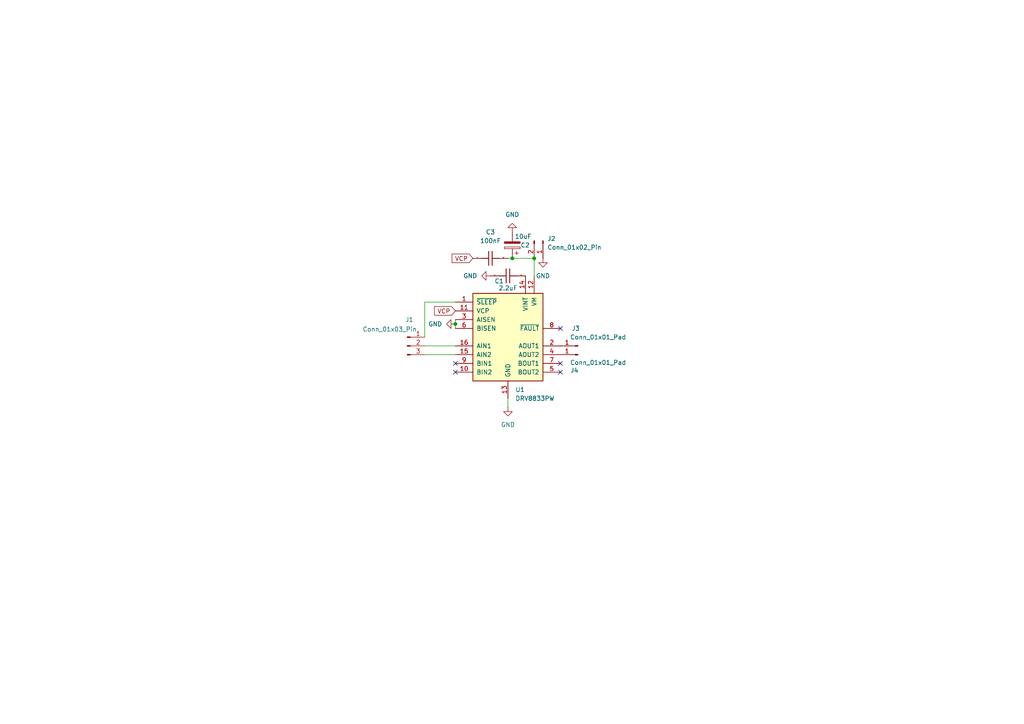
<source format=kicad_sch>
(kicad_sch (version 20250114) (generator "eeschema") (generator_version "9.0")
  (paper "A4")
  (lib_symbols
    (symbol "CC0805KRX7R9BB104:CC0805KRX7R9BB104"
      (property "Reference" "C?" (at 0 5.08 0))
      (property "Value" "CC0805KRX7R9BB104" (at -0.254 3.048 0))
      (symbol "CC0805KRX7R9BB104_0_0"
        (polyline (pts (xy -0.508 0) (xy -2.54 0)) (stroke (width 0.254)))
        (polyline (pts (xy -0.508 -2.032) (xy -0.508 2.032)) (stroke (width 0.254)))
        (polyline (pts (xy 0.508 2.032) (xy 0.508 -2.032)) (stroke (width 0.254)))
        (polyline (pts (xy 2.54 0) (xy 0.508 0)) (stroke (width 0.254)))
        (pin unspecified line (at -5.08 0 0) (length 2.54) (name "1") (number "1"))
        (pin unspecified line (at 5.08 0 180) (length 2.54) (name "2") (number "2"))
      )
    )
    (symbol "Connector:Conn_01x01_Pin" (pin_names (offset 1.016) (hide yes))
      (property "Reference" "J" (at 0 2.54 0))
      (property "Value" "Conn_01x01_Pin" (at 0 -2.54 0))
      (symbol "Conn_01x01_Pin_1_1"
        (rectangle (start 0.8636 0.127) (end 0 -0.127) (stroke (width 0.1524)) (fill (type outline)))
        (polyline (pts (xy 1.27 0) (xy 0.8636 0)) (stroke (width 0.1524)))
        (pin passive line (at 5.08 0 180) (length 3.81) (name "Pin_1") (number "1"))
      )
    )
    (symbol "Connector:Conn_01x02_Pin" (pin_names (offset 1.016) (hide yes))
      (property "Reference" "J" (at 0 2.54 0))
      (property "Value" "Conn_01x02_Pin" (at 0 -5.08 0))
      (symbol "Conn_01x02_Pin_1_1"
        (rectangle (start 0.8636 0.127) (end 0 -0.127) (stroke (width 0.1524)) (fill (type outline)))
        (rectangle (start 0.8636 -2.413) (end 0 -2.667) (stroke (width 0.1524)) (fill (type outline)))
        (polyline (pts (xy 1.27 0) (xy 0.8636 0)) (stroke (width 0.1524)))
        (polyline (pts (xy 1.27 -2.54) (xy 0.8636 -2.54)) (stroke (width 0.1524)))
        (pin passive line (at 5.08 0 180) (length 3.81) (name "Pin_1") (number "1"))
        (pin passive line (at 5.08 -2.54 180) (length 3.81) (name "Pin_2") (number "2"))
      )
    )
    (symbol "Connector:Conn_01x03_Pin" (pin_names (offset 1.016) (hide yes))
      (property "Reference" "J" (at 0 5.08 0))
      (property "Value" "Conn_01x03_Pin" (at 0 -5.08 0))
      (symbol "Conn_01x03_Pin_1_1"
        (rectangle (start 0.8636 2.667) (end 0 2.413) (stroke (width 0.1524)) (fill (type outline)))
        (rectangle (start 0.8636 0.127) (end 0 -0.127) (stroke (width 0.1524)) (fill (type outline)))
        (rectangle (start 0.8636 -2.413) (end 0 -2.667) (stroke (width 0.1524)) (fill (type outline)))
        (polyline (pts (xy 1.27 2.54) (xy 0.8636 2.54)) (stroke (width 0.1524)))
        (polyline (pts (xy 1.27 0) (xy 0.8636 0)) (stroke (width 0.1524)))
        (polyline (pts (xy 1.27 -2.54) (xy 0.8636 -2.54)) (stroke (width 0.1524)))
        (pin passive line (at 5.08 2.54 180) (length 3.81) (name "Pin_1") (number "1"))
        (pin passive line (at 5.08 0 180) (length 3.81) (name "Pin_2") (number "2"))
        (pin passive line (at 5.08 -2.54 180) (length 3.81) (name "Pin_3") (number "3"))
      )
    )
    (symbol "Device:C_Polarized" (pin_numbers (hide yes)) (pin_names (offset 0.254))
      (property "Reference" "C" (at 0.635 2.54 0))
      (property "Value" "C_Polarized" (at 0.635 -2.54 0))
      (symbol "C_Polarized_0_1"
        (rectangle (start -2.286 0.508) (end 2.286 1.016))
        (polyline (pts (xy -1.778 2.286) (xy -0.762 2.286)))
        (polyline (pts (xy -1.27 2.794) (xy -1.27 1.778)))
        (rectangle (start 2.286 -0.508) (end -2.286 -1.016) (fill (type outline)))
      )
      (symbol "C_Polarized_1_1"
        (pin passive line (at 0 3.81 270) (length 2.794) (name "~") (number "1"))
        (pin passive line (at 0 -3.81 90) (length 2.794) (name "~") (number "2"))
      )
    )
    (symbol "Driver_Motor:DRV8833PW" (pin_names (offset 1.016))
      (property "Reference" "U" (at -3.81 16.51 0))
      (property "Value" "DRV8833PW" (at -3.81 13.97 0))
      (symbol "DRV8833PW_0_1"
        (rectangle (start -10.16 12.7) (end 10.16 -12.7) (stroke (width 0.254)) (fill (type background)))
      )
      (symbol "DRV8833PW_1_1"
        (pin input line (at -15.24 10.16 0) (length 5.08) (name "~{SLEEP}") (number "1"))
        (pin bidirectional line (at -15.24 7.62 0) (length 5.08) (name "VCP") (number "11"))
        (pin bidirectional line (at -15.24 5.08 0) (length 5.08) (name "AISEN") (number "3"))
        (pin bidirectional line (at -15.24 2.54 0) (length 5.08) (name "BISEN") (number "6"))
        (pin input line (at -15.24 -2.54 0) (length 5.08) (name "AIN1") (number "16"))
        (pin input line (at -15.24 -5.08 0) (length 5.08) (name "AIN2") (number "15"))
        (pin input line (at -15.24 -7.62 0) (length 5.08) (name "BIN1") (number "9"))
        (pin input line (at -15.24 -10.16 0) (length 5.08) (name "BIN2") (number "10"))
        (pin power_in line (at 0 -17.78 90) (length 5.08) (name "GND") (number "13"))
        (pin power_in line (at 5.08 17.78 270) (length 5.08) (name "VINT") (number "14"))
        (pin power_in line (at 7.62 17.78 270) (length 5.08) (name "VM") (number "12"))
        (pin open_collector line (at 15.24 2.54 180) (length 5.08) (name "~{FAULT}") (number "8"))
        (pin power_out line (at 15.24 -2.54 180) (length 5.08) (name "AOUT1") (number "2"))
        (pin power_out line (at 15.24 -5.08 180) (length 5.08) (name "AOUT2") (number "4"))
        (pin power_out line (at 15.24 -7.62 180) (length 5.08) (name "BOUT1") (number "7"))
        (pin power_out line (at 15.24 -10.16 180) (length 5.08) (name "BOUT2") (number "5"))
      )
    )
    (symbol "GRM155R60J225KE01D:GRM155R60J225KE01D"
      (property "Reference" "C?" (at 0 -6.096 0))
      (property "Value" "GRM155R60J225KE01D" (at 0 -4.064 0))
      (symbol "GRM155R60J225KE01D_0_0"
        (polyline (pts (xy -2.54 0) (xy -0.508 0)) (stroke (width 0.254)))
        (polyline (pts (xy -0.508 -2.032) (xy -0.508 2.032)) (stroke (width 0.254)))
        (polyline (pts (xy 0.508 2.032) (xy 0.508 -2.032)) (stroke (width 0.254)))
        (polyline (pts (xy 0.508 0) (xy 2.54 0)) (stroke (width 0.254)))
        (pin unspecified line (at -5.08 0 0) (length 2.54) (name "2") (number "2"))
        (pin unspecified line (at 5.08 0 180) (length 2.54) (name "1") (number "1"))
      )
    )
    (symbol "power:GND" (power) (pin_numbers (hide yes)) (pin_names (offset 0) (hide yes))
      (property "Value" "GND" (at 0 -3.81 0))
      (symbol "GND_0_1"
        (polyline (pts (xy 0 0) (xy 0 -1.27) (xy 1.27 -1.27) (xy 0 -2.54) (xy -1.27 -1.27) (xy 0 -1.27)))
      )
      (symbol "GND_1_1"
        (pin power_in line (at 0 0 270) (length 0) (name "~") (number "1"))
      )
    )
  )
  (junction (at 132.08 93.98))
  (junction (at 148.59 74.93))
  (junction (at 154.94 74.93))
  (no_connect (at 162.56 105.41))
  (no_connect (at 132.08 107.95))
  (no_connect (at 162.56 107.95))
  (no_connect (at 162.56 95.25))
  (no_connect (at 132.08 105.41))
  (wire (pts (xy 132.08 93.98) (xy 132.08 95.25)))
  (wire (pts (xy 147.32 115.57) (xy 147.32 118.11)))
  (wire (pts (xy 132.08 92.71) (xy 132.08 93.98)))
  (wire (pts (xy 123.19 102.87) (xy 132.08 102.87)))
  (wire (pts (xy 123.19 100.33) (xy 132.08 100.33)))
  (wire (pts (xy 148.59 74.93) (xy 154.94 74.93)))
  (wire (pts (xy 123.19 87.63) (xy 132.08 87.63)))
  (wire (pts (xy 147.32 74.93) (xy 148.59 74.93)))
  (wire (pts (xy 154.94 74.93) (xy 154.94 80.01)))
  (wire (pts (xy 123.19 97.79) (xy 123.19 87.63)))
  (global_label "VCP" (shape input) (at 132.08 90.17 180) (property "Intersheetrefs" "${INTERSHEET_REFS}" (effects (hide yes))))
  (global_label "VCP" (shape input) (at 137.16 74.93 180) (property "Intersheetrefs" "${INTERSHEET_REFS}" (effects (hide yes))))
  (symbol (lib_id "Driver_Motor:DRV8833PW") (at 147.32 97.79 0) (unit 1)
    (property "Reference" "U1" (at 149.4633 113.03 0) (effects (justify left)))
    (property "Value" "DRV8833PW" (at 149.4633 115.57 0) (effects (justify left)))
    (property "Footprint" "Package_SO:TSSOP-16_4.4x5mm_P0.65mm" (effects (hide yes)))
    (property "Datasheet" "http://www.ti.com/lit/ds/symlink/drv8833.pdf" (effects (hide yes)))
    (property "Description" "Dual H-Bridge Motor Driver, TSSOP-16" (effects (hide yes)))
  )
  (symbol (lib_id "power:GND") (at 148.59 67.31 180) (unit 1) (on_board no)
    (property "Reference" "#PWR033" (effects (hide yes)))
    (property "Value" "GND" (at 148.59 62.23 0))
    (property "Description" "Power symbol creates a global label with name \"GND\" , ground" (effects (hide yes)))
  )
  (symbol (lib_id "power:GND") (at 132.08 93.98 270) (unit 1) (on_board no)
    (property "Reference" "#PWR03" (effects (hide yes)))
    (property "Value" "GND" (at 128.27 93.9799 90) (effects (justify right)))
    (property "Description" "Power symbol creates a global label with name \"GND\" , ground" (effects (hide yes)))
  )
  (symbol (lib_id "power:GND") (at 147.32 118.11 0) (unit 1) (on_board no)
    (property "Reference" "#PWR034" (effects (hide yes)))
    (property "Value" "GND" (at 147.32 123.19 0))
    (property "Description" "Power symbol creates a global label with name \"GND\" , ground" (effects (hide yes)))
  )
  (symbol (lib_id "Device:C_Polarized") (at 148.59 71.12 180) (unit 1)
    (property "Reference" "C2" (at 153.67 71.12 0) (effects (justify left)))
    (property "Value" "10uF" (at 154.178 68.58 0) (effects (justify left)))
    (property "Footprint" "TAJA106K016RNJ:TAJA106K016RNJ" (effects (hide yes)))
    (property "Description" "Polarized capacitor" (effects (hide yes)))
  )
  (symbol (lib_id "power:GND") (at 157.48 74.93 0) (unit 1) (on_board no)
    (property "Reference" "#PWR02" (effects (hide yes)))
    (property "Value" "GND" (at 157.48 80.01 0))
    (property "Description" "Power symbol creates a global label with name \"GND\" , ground" (effects (hide yes)))
  )
  (symbol (lib_id "Connector:Conn_01x02_Pin") (at 157.48 69.85 270) (unit 1)
    (property "Reference" "J2" (at 158.75 69.2149 90) (effects (justify left)))
    (property "Value" "Conn_01x02_Pin" (at 158.75 71.7549 90) (effects (justify left)))
    (property "Footprint" "Connector_PinHeader_2.54mm:PinHeader_1x02_P2.54mm_Vertical" (effects (hide yes)))
    (property "Description" "Generic connector, single row, 01x02, script generated" (effects (hide yes)))
  )
  (symbol (lib_id "CC0805KRX7R9BB104:CC0805KRX7R9BB104") (at 142.24 74.93 0) (unit 1)
    (property "Reference" "C3" (at 142.24 67.31 0))
    (property "Value" "100nF" (at 142.24 69.85 0))
    (property "Footprint" "CC0805KRX7R9BB104:CC0805KRX7R9BB104" (effects (hide yes)))
    (property "Manufacturer Part" "CC0805KRX7R9BB104" (effects (hide yes)))
    (property "Manufacturer" "YAGEO(国巨)" (effects (hide yes)))
    (property "Supplier Part" "C49678" (effects (hide yes)))
    (property "Supplier" "LCSC" (effects (hide yes)))
  )
  (symbol (lib_id "GRM155R60J225KE01D:GRM155R60J225KE01D") (at 147.32 80.01 0) (unit 1)
    (property "Reference" "C1" (at 144.78 81.534 0))
    (property "Value" "2.2uF" (at 147.32 83.566 0))
    (property "Footprint" "GRM155R60J225KE01D:GRM155R60J225KE01D" (effects (hide yes)))
    (property "Manufacturer Part" "GRM155R60J225KE01D" (effects (hide yes)))
    (property "Manufacturer" "muRata(村田)" (effects (hide yes)))
    (property "Supplier Part" "C319185" (effects (hide yes)))
    (property "Supplier" "LCSC" (effects (hide yes)))
  )
  (symbol (lib_id "power:GND") (at 142.24 80.01 270) (unit 1) (on_board no)
    (property "Reference" "#PWR01" (effects (hide yes)))
    (property "Value" "GND" (at 138.43 80.0099 90) (effects (justify right)))
    (property "Description" "Power symbol creates a global label with name \"GND\" , ground" (effects (hide yes)))
  )
  (symbol (lib_id "Connector:Conn_01x01_Pin") (at 167.64 102.87 180) (unit 1)
    (property "Reference" "J4" (at 166.624 107.442 0))
    (property "Value" "Conn_01x01_Pad" (at 173.482 105.156 0))
    (property "Footprint" "TestPoint:TestPoint_Pad_1.5x1.5mm" (effects (hide yes)))
    (property "Description" "Generic connector, single row, 01x01, script generated" (effects (hide yes)))
  )
  (symbol (lib_id "Connector:Conn_01x03_Pin") (at 118.11 100.33 0) (unit 1)
    (property "Reference" "J1" (at 118.745 92.71 0))
    (property "Value" "Conn_01x03_Pin" (at 113.03 95.504 0))
    (property "Footprint" "Connector_PinHeader_2.54mm:PinHeader_1x03_P2.54mm_Vertical" (effects (hide yes)))
    (property "Description" "Generic connector, single row, 01x03, script generated" (effects (hide yes)))
  )
  (symbol (lib_id "Connector:Conn_01x01_Pin") (at 167.64 100.33 180) (unit 1)
    (property "Reference" "J3" (at 167.005 95.25 0))
    (property "Value" "Conn_01x01_Pad" (at 173.482 97.79 0))
    (property "Footprint" "TestPoint:TestPoint_Pad_1.5x1.5mm" (effects (hide yes)))
    (property "Description" "Generic connector, single row, 01x01, script generated" (effects (hide yes)))
  )
)
</source>
